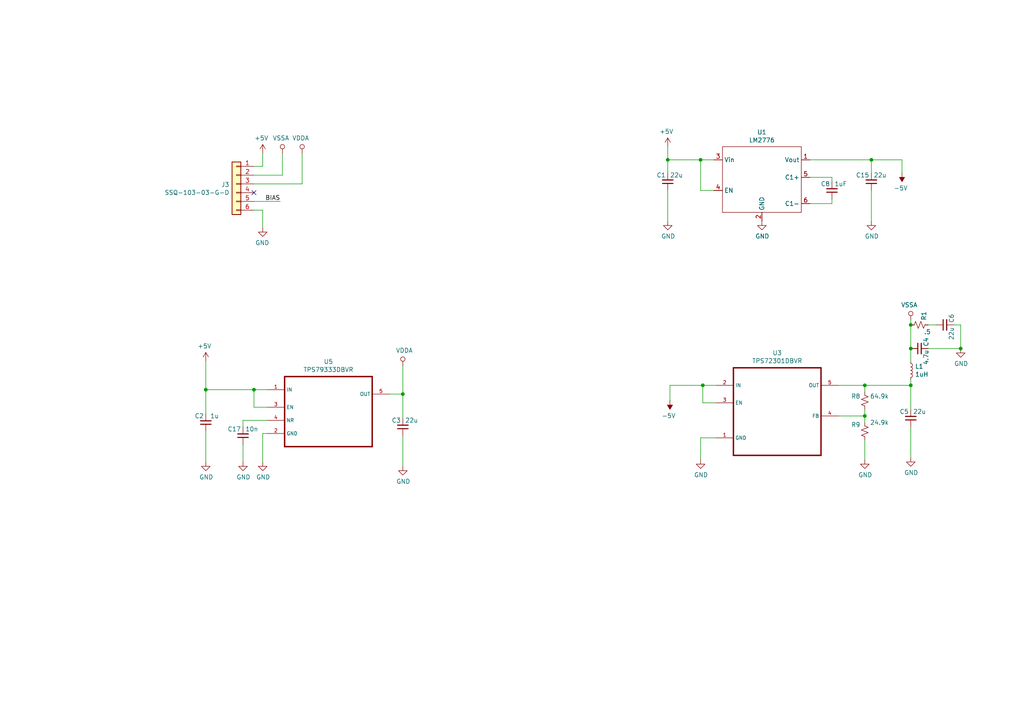
<source format=kicad_sch>
(kicad_sch (version 20200618) (host eeschema "(5.99.0-2215-gb084305b1)")
  (page 1 1)
  (paper "A4")
  (lib_symbols
    (symbol "Connector_Generic:Conn_01x06" (pin_names hide)
      (property "Reference" "J" (at 0 7.62 0))
      (property "Value" "Conn_01x06" (at 0 -10.16 0))
      (symbol "Conn_01x06_1_1"
        (rectangle (start -1.27 -7.493) (end 0 -7.747) (stroke (width 0.1524)))
        (rectangle (start -1.27 -4.953) (end 0 -5.207) (stroke (width 0.1524)))
        (rectangle (start -1.27 -2.413) (end 0 -2.667) (stroke (width 0.1524)))
        (rectangle (start -1.27 0.127) (end 0 -0.127) (stroke (width 0.1524)))
        (rectangle (start -1.27 2.667) (end 0 2.413) (stroke (width 0.1524)))
        (rectangle (start -1.27 5.207) (end 0 4.953) (stroke (width 0.1524)))
        (rectangle (start -1.27 6.35) (end 1.27 -8.89) (stroke (width 0.254)) (fill (type background)))
        (pin passive line (at -5.08 5.08 0) (length 3.81) (name "Pin_1") (number "1"))
        (pin passive line (at -5.08 2.54 0) (length 3.81) (name "Pin_2") (number "2"))
        (pin passive line (at -5.08 0 0) (length 3.81) (name "Pin_3") (number "3"))
        (pin passive line (at -5.08 -2.54 0) (length 3.81) (name "Pin_4") (number "4"))
        (pin passive line (at -5.08 -5.08 0) (length 3.81) (name "Pin_5") (number "5"))
        (pin passive line (at -5.08 -7.62 0) (length 3.81) (name "Pin_6") (number "6"))
      )
    )
    (symbol "Device:C_Small" (pin_numbers hide) (pin_names (offset 0.254) hide)
      (property "Reference" "C" (at 0.254 1.778 0))
      (property "Value" "C_Small" (at 0.254 -2.032 0))
      (symbol "C_Small_0_1"
        (polyline (pts (xy -1.524 -0.508) (xy 1.524 -0.508)) (stroke (width 0.3302)))
        (polyline (pts (xy -1.524 0.508) (xy 1.524 0.508)) (stroke (width 0.3048)))
      )
      (symbol "C_Small_1_1"
        (pin passive line (at 0 2.54 270) (length 2.032) (name "~") (number "1"))
        (pin passive line (at 0 -2.54 90) (length 2.032) (name "~") (number "2"))
      )
    )
    (symbol "Device:L_Small" (pin_numbers hide) (pin_names (offset 0.254) hide)
      (property "Reference" "L" (at 0.762 1.016 0))
      (property "Value" "L_Small" (at 0.762 -1.016 0))
      (symbol "L_Small_0_1"
        (arc (start 0 -2.032) (end 0 -1.016) (radius (at 0 -1.524) (length 0.508) (angles -89.9 89.9)))
        (arc (start 0 -1.016) (end 0 0) (radius (at 0 -0.508) (length 0.508) (angles -89.9 89.9)))
        (arc (start 0 0) (end 0 1.016) (radius (at 0 0.508) (length 0.508) (angles -89.9 89.9)))
        (arc (start 0 1.016) (end 0 2.032) (radius (at 0 1.524) (length 0.508) (angles -89.9 89.9)))
      )
      (symbol "L_Small_1_1"
        (pin passive line (at 0 2.54 270) (length 0.508) (name "~") (number "1"))
        (pin passive line (at 0 -2.54 90) (length 0.508) (name "~") (number "2"))
      )
    )
    (symbol "Device:R_Small_US" (pin_numbers hide) (pin_names (offset 0.254) hide)
      (property "Reference" "R" (at 0.762 0.508 0))
      (property "Value" "R_Small_US" (at 0.762 -1.016 0))
      (symbol "R_Small_US_1_1"
        (polyline (pts (xy 0 0) (xy 1.016 -0.381) (xy 0 -0.762) (xy -1.016 -1.143) (xy 0 -1.524)))
        (polyline (pts (xy 0 1.524) (xy 1.016 1.143) (xy 0 0.762) (xy -1.016 0.381) (xy 0 0)))
        (pin passive line (at 0 2.54 270) (length 1.016) (name "~") (number "1"))
        (pin passive line (at 0 -2.54 90) (length 1.016) (name "~") (number "2"))
      )
    )
    (symbol "LM2776:LM2776"
      (property "Reference" "U" (at 0 0 0))
      (property "Value" "LM2776" (at 0 -2.54 0))
      (symbol "LM2776_0_1"
        (rectangle (start -11.43 6.35) (end 11.43 -12.7))
      )
      (symbol "LM2776_1_1"
        (pin power_out line (at 13.97 2.54 180) (length 2.54) (name "Vout") (number "1"))
        (pin power_in line (at 0 -15.24 90) (length 2.54) (name "GND") (number "2"))
        (pin power_in line (at -13.97 2.54 0) (length 2.54) (name "Vin") (number "3"))
        (pin input line (at -13.97 -6.35 0) (length 2.54) (name "EN") (number "4"))
        (pin unspecified line (at 13.97 -2.54 180) (length 2.54) (name "C1+") (number "5"))
        (pin unspecified line (at 13.97 -10.16 180) (length 2.54) (name "C1-") (number "6"))
      )
    )
    (symbol "TPS72301DBVR:TPS72301DBVR"
      (property "Reference" "U" (at -5.5372 12.2682 0))
      (property "Value" "TPS72301DBVR" (at -3.8862 -18.2372 0))
      (symbol "TPS72301DBVR_0_0"
        (polyline (pts (xy -12.7 -15.24) (xy 12.7 -15.24)) (stroke (width 0.4064)))
        (polyline (pts (xy -12.7 10.16) (xy -12.7 -15.24)) (stroke (width 0.4064)))
        (polyline (pts (xy 12.7 -15.24) (xy 12.7 10.16)) (stroke (width 0.4064)))
        (polyline (pts (xy 12.7 10.16) (xy -12.7 10.16)) (stroke (width 0.4064)))
        (pin passive line (at -17.78 -10.16 0) (length 5.08) (name "GND") (number "1"))
        (pin power_in line (at -17.78 5.08 0) (length 5.08) (name "IN") (number "2"))
        (pin input line (at -17.78 0 0) (length 5.08) (name "EN") (number "3"))
        (pin input line (at 17.78 -3.81 180) (length 5.08) (name "FB") (number "4"))
        (pin output line (at 17.78 5.08 180) (length 5.08) (name "OUT") (number "5"))
      )
    )
    (symbol "TPS79333DBVR:TPS79333DBVR"
      (property "Reference" "U" (at -4.8006 9.6012 0))
      (property "Value" "TPS79333DBVR" (at -3.7592 -16.2052 0))
      (symbol "TPS79333DBVR_0_0"
        (polyline (pts (xy -12.7 -12.7) (xy 12.7 -12.7)) (stroke (width 0.4064)))
        (polyline (pts (xy -12.7 7.62) (xy -12.7 -12.7)) (stroke (width 0.4064)))
        (polyline (pts (xy 12.7 -12.7) (xy 12.7 7.62)) (stroke (width 0.4064)))
        (polyline (pts (xy 12.7 7.62) (xy -12.7 7.62)) (stroke (width 0.4064)))
        (pin input line (at -17.78 3.81 0) (length 5.08) (name "IN") (number "1"))
        (pin passive line (at -17.78 -8.89 0) (length 5.08) (name "GND") (number "2"))
        (pin input line (at -17.78 -1.27 0) (length 5.08) (name "EN") (number "3"))
        (pin input line (at -17.78 -5.08 0) (length 5.08) (name "NR") (number "4"))
        (pin output line (at 17.78 2.54 180) (length 5.08) (name "OUT") (number "5"))
      )
    )
    (symbol "power:+5V" (power) (pin_names (offset 0))
      (property "Value" "+5V" (at 0 3.556 0))
      (symbol "+5V_0_1"
        (polyline (pts (xy -0.762 1.27) (xy 0 2.54)))
        (polyline (pts (xy 0 0) (xy 0 2.54)))
        (polyline (pts (xy 0 2.54) (xy 0.762 1.27)))
      )
      (symbol "+5V_1_1"
        (pin power_in line (at 0 0 90) (length 0) hide (name "+5V") (number "1"))
      )
    )
    (symbol "power:-5V" (power) (pin_names (offset 0))
      (property "Value" "-5V" (at 0 3.81 0))
      (symbol "-5V_0_1"
        (polyline (pts (xy 0 0) (xy 0 1.27) (xy 0.762 1.27) (xy 0 2.54) (xy -0.762 1.27) (xy 0 1.27)) (fill (type outline)))
      )
      (symbol "-5V_0_0"
        (pin power_in line (at 0 0 90) (length 0) hide (name "-5V") (number "1"))
      )
    )
    (symbol "power:GND" (power) (pin_names (offset 0))
      (property "Value" "GND" (at 0 -3.81 0))
      (symbol "GND_0_1"
        (polyline (pts (xy 0 0) (xy 0 -1.27) (xy 1.27 -1.27) (xy 0 -2.54) (xy -1.27 -1.27) (xy 0 -1.27)))
      )
      (symbol "GND_1_1"
        (pin power_in line (at 0 0 270) (length 0) hide (name "GND") (number "1"))
      )
    )
    (symbol "power:VDDA" (power) (pin_names (offset 0))
      (property "Value" "VDDA" (at 0 3.81 0))
      (symbol "VDDA_0_1"
        (circle (center 0 1.905) (radius 0.635))
        (polyline (pts (xy 0 0) (xy 0 1.27)))
      )
      (symbol "VDDA_1_1"
        (pin power_in line (at 0 0 90) (length 0) hide (name "VDDA") (number "1"))
      )
    )
    (symbol "power:VSSA" (power) (pin_names (offset 0))
      (property "Value" "VSSA" (at 0 3.81 0))
      (symbol "VSSA_0_1"
        (circle (center 0 1.905) (radius 0.635))
        (polyline (pts (xy 0 0) (xy 0 1.27)))
      )
      (symbol "VSSA_1_1"
        (pin power_in line (at 0 0 90) (length 0) hide (name "VSSA") (number "1"))
      )
    )
  )
  (junction (at 59.69 113.03))
  (junction (at 73.66 113.03))
  (junction (at 116.84 114.3))
  (junction (at 193.675 46.355))
  (junction (at 203.2 46.355))
  (junction (at 203.835 111.76))
  (junction (at 250.825 111.76))
  (junction (at 250.825 120.65))
  (junction (at 252.73 46.355))
  (junction (at 264.16 94.234))
  (junction (at 264.16 101.092))
  (junction (at 264.16 111.76))
  (junction (at 278.638 101.092))
  (no_connect (at 73.66 55.88))
  (wire (pts (xy 59.69 104.775) (xy 59.69 113.03)))
  (wire (pts (xy 59.69 113.03) (xy 59.69 120.015)))
  (wire (pts (xy 59.69 125.095) (xy 59.69 133.985)))
  (wire (pts (xy 70.485 123.825) (xy 70.485 121.92)))
  (wire (pts (xy 70.485 133.985) (xy 70.485 128.905)))
  (wire (pts (xy 73.66 58.42) (xy 81.28 58.42)))
  (wire (pts (xy 73.66 113.03) (xy 59.69 113.03)))
  (wire (pts (xy 73.66 113.03) (xy 77.47 113.03)))
  (wire (pts (xy 73.66 118.11) (xy 73.66 113.03)))
  (wire (pts (xy 76.2 48.26) (xy 73.66 48.26)))
  (wire (pts (xy 76.2 48.26) (xy 76.2 44.45)))
  (wire (pts (xy 76.2 60.96) (xy 73.66 60.96)))
  (wire (pts (xy 76.2 60.96) (xy 76.2 66.04)))
  (wire (pts (xy 76.2 125.73) (xy 76.2 133.985)))
  (wire (pts (xy 77.47 118.11) (xy 73.66 118.11)))
  (wire (pts (xy 77.47 121.92) (xy 70.485 121.92)))
  (wire (pts (xy 77.47 125.73) (xy 76.2 125.73)))
  (wire (pts (xy 81.915 44.45) (xy 81.915 50.8)))
  (wire (pts (xy 81.915 50.8) (xy 73.66 50.8)))
  (wire (pts (xy 87.63 44.45) (xy 87.63 53.34)))
  (wire (pts (xy 87.63 53.34) (xy 73.66 53.34)))
  (wire (pts (xy 113.03 114.3) (xy 116.84 114.3)))
  (wire (pts (xy 116.84 106.045) (xy 116.84 114.3)))
  (wire (pts (xy 116.84 114.3) (xy 116.84 121.285)))
  (wire (pts (xy 116.84 126.365) (xy 116.84 135.255)))
  (wire (pts (xy 193.675 46.355) (xy 193.675 42.545)))
  (wire (pts (xy 193.675 46.355) (xy 203.2 46.355)))
  (wire (pts (xy 193.675 50.165) (xy 193.675 46.355)))
  (wire (pts (xy 193.675 55.245) (xy 193.675 64.135)))
  (wire (pts (xy 194.31 116.205) (xy 194.31 111.76)))
  (wire (pts (xy 203.2 46.355) (xy 207.01 46.355)))
  (wire (pts (xy 203.2 55.245) (xy 203.2 46.355)))
  (wire (pts (xy 203.2 127) (xy 207.645 127)))
  (wire (pts (xy 203.2 133.35) (xy 203.2 127)))
  (wire (pts (xy 203.835 111.76) (xy 194.31 111.76)))
  (wire (pts (xy 203.835 111.76) (xy 207.645 111.76)))
  (wire (pts (xy 203.835 116.84) (xy 203.835 111.76)))
  (wire (pts (xy 207.01 55.245) (xy 203.2 55.245)))
  (wire (pts (xy 207.645 116.84) (xy 203.835 116.84)))
  (wire (pts (xy 234.95 46.355) (xy 252.73 46.355)))
  (wire (pts (xy 234.95 51.435) (xy 241.3 51.435)))
  (wire (pts (xy 234.95 59.055) (xy 241.3 59.055)))
  (wire (pts (xy 241.3 51.435) (xy 241.3 52.705)))
  (wire (pts (xy 241.3 59.055) (xy 241.3 57.785)))
  (wire (pts (xy 243.205 111.76) (xy 250.825 111.76)))
  (wire (pts (xy 243.205 120.65) (xy 250.825 120.65)))
  (wire (pts (xy 250.825 111.76) (xy 264.16 111.76)))
  (wire (pts (xy 250.825 113.665) (xy 250.825 111.76)))
  (wire (pts (xy 250.825 118.745) (xy 250.825 120.65)))
  (wire (pts (xy 250.825 120.65) (xy 250.825 122.555)))
  (wire (pts (xy 250.825 133.35) (xy 250.825 127.635)))
  (wire (pts (xy 252.73 46.355) (xy 252.73 50.165)))
  (wire (pts (xy 252.73 46.355) (xy 261.62 46.355)))
  (wire (pts (xy 252.73 55.245) (xy 252.73 64.135)))
  (wire (pts (xy 261.62 46.355) (xy 261.62 50.165)))
  (wire (pts (xy 264.16 92.837) (xy 264.16 94.234)))
  (wire (pts (xy 264.16 94.234) (xy 264.16 101.092)))
  (wire (pts (xy 264.16 104.902) (xy 264.16 101.092)))
  (wire (pts (xy 264.16 109.982) (xy 264.16 111.76)))
  (wire (pts (xy 264.16 111.76) (xy 264.16 118.745)))
  (wire (pts (xy 264.16 123.825) (xy 264.16 132.715)))
  (wire (pts (xy 269.24 94.234) (xy 271.526 94.234)))
  (wire (pts (xy 269.24 101.092) (xy 278.638 101.092)))
  (wire (pts (xy 278.638 94.234) (xy 276.606 94.234)))
  (wire (pts (xy 278.638 101.092) (xy 278.638 94.234)))
  (label "BIAS" (at 81.28 58.42 180))
  (symbol (lib_id "Device:L_Small") (at 264.16 107.442 0) (unit 1)
    (property "Reference" "L1" (at 265.3792 106.2736 0) (effects (justify left)))
    (property "Value" "1uH" (at 265.3792 108.585 0) (effects (justify left)))
    (property "Footprint" "footprints:L_0603_1608Metric" (effects hide))
  )
  (symbol (lib_id "power:VSSA") (at 81.915 44.45 0) (mirror y) (unit 1)
    (property "Reference" "#PWR0126" (effects hide))
    (property "Value" "VSSA" (at 81.4832 40.0558 0))
  )
  (symbol (lib_id "power:VDDA") (at 87.63 44.45 0) (mirror y) (unit 1)
    (property "Reference" "#PWR0127" (effects hide))
    (property "Value" "VDDA" (at 87.1982 40.0558 0))
  )
  (symbol (lib_id "power:VDDA") (at 116.84 106.045 0) (unit 1)
    (property "Reference" "#PWR0115" (effects hide))
    (property "Value" "VDDA" (at 117.2718 101.6508 0))
  )
  (symbol (lib_id "power:VSSA") (at 264.16 92.837 0) (mirror y) (unit 1)
    (property "Reference" "#PWR0109" (effects hide))
    (property "Value" "VSSA" (at 263.7282 88.4428 0))
  )
  (symbol (lib_id "power:+5V") (at 59.69 104.775 0) (mirror y) (unit 1)
    (property "Reference" "#PWR0104" (effects hide))
    (property "Value" "+5V" (at 59.309 100.3808 0))
  )
  (symbol (lib_id "power:+5V") (at 76.2 44.45 0) (mirror y) (unit 1)
    (property "Reference" "#PWR0124" (effects hide))
    (property "Value" "+5V" (at 75.819 40.0558 0))
  )
  (symbol (lib_id "power:+5V") (at 193.675 42.545 0) (mirror y) (unit 1)
    (property "Reference" "#PWR0101" (effects hide))
    (property "Value" "+5V" (at 193.294 38.1508 0))
  )
  (symbol (lib_id "power:-5V") (at 194.31 116.205 180) (unit 1)
    (property "Reference" "#PWR0110" (effects hide))
    (property "Value" "-5V" (at 193.929 120.5992 0))
  )
  (symbol (lib_id "power:-5V") (at 261.62 50.165 180) (unit 1)
    (property "Reference" "#PWR04" (effects hide))
    (property "Value" "-5V" (at 261.239 54.5592 0))
  )
  (symbol (lib_id "power:GND") (at 59.69 133.985 0) (unit 1)
    (property "Reference" "#PWR0105" (effects hide))
    (property "Value" "GND" (at 59.817 138.3792 0))
  )
  (symbol (lib_id "power:GND") (at 70.485 133.985 0) (unit 1)
    (property "Reference" "#PWR0102" (effects hide))
    (property "Value" "GND" (at 70.612 138.3792 0))
  )
  (symbol (lib_id "power:GND") (at 76.2 66.04 0) (mirror y) (unit 1)
    (property "Reference" "#PWR0123" (effects hide))
    (property "Value" "GND" (at 76.073 70.4342 0))
  )
  (symbol (lib_id "power:GND") (at 76.2 133.985 0) (unit 1)
    (property "Reference" "#PWR0103" (effects hide))
    (property "Value" "GND" (at 76.327 138.3792 0))
  )
  (symbol (lib_id "power:GND") (at 116.84 135.255 0) (unit 1)
    (property "Reference" "#PWR0106" (effects hide))
    (property "Value" "GND" (at 116.967 139.6492 0))
  )
  (symbol (lib_id "power:GND") (at 193.675 64.135 0) (unit 1)
    (property "Reference" "#PWR0120" (effects hide))
    (property "Value" "GND" (at 193.802 68.5292 0))
  )
  (symbol (lib_id "power:GND") (at 203.2 133.35 0) (unit 1)
    (property "Reference" "#PWR0112" (effects hide))
    (property "Value" "GND" (at 203.327 137.7442 0))
  )
  (symbol (lib_id "power:GND") (at 220.98 64.135 0) (unit 1)
    (property "Reference" "#PWR0118" (effects hide))
    (property "Value" "GND" (at 221.107 68.5292 0))
  )
  (symbol (lib_id "power:GND") (at 250.825 133.35 0) (unit 1)
    (property "Reference" "#PWR0107" (effects hide))
    (property "Value" "GND" (at 250.952 137.7442 0))
  )
  (symbol (lib_id "power:GND") (at 252.73 64.135 0) (unit 1)
    (property "Reference" "#PWR0119" (effects hide))
    (property "Value" "GND" (at 252.857 68.5292 0))
  )
  (symbol (lib_id "power:GND") (at 264.16 132.715 0) (unit 1)
    (property "Reference" "#PWR0108" (effects hide))
    (property "Value" "GND" (at 264.287 137.1092 0))
  )
  (symbol (lib_id "power:GND") (at 278.638 101.092 0) (unit 1)
    (property "Reference" "#PWR0111" (effects hide))
    (property "Value" "GND" (at 278.765 105.4862 0))
  )
  (symbol (lib_id "Device:R_Small_US") (at 250.825 116.205 180) (unit 1)
    (property "Reference" "R8" (at 249.555 114.935 0) (effects (justify left)))
    (property "Value" "64.9k" (at 257.81 114.935 0) (effects (justify left)))
    (property "Footprint" "footprints:R_0603_1608Metric" (effects hide))
  )
  (symbol (lib_id "Device:R_Small_US") (at 250.825 125.095 180) (unit 1)
    (property "Reference" "R9" (at 249.555 123.19 0) (effects (justify left)))
    (property "Value" "24.9k" (at 257.81 122.555 0) (effects (justify left)))
    (property "Footprint" "footprints:R_0603_1608Metric" (effects hide))
  )
  (symbol (lib_id "Device:R_Small_US") (at 266.7 94.234 90) (unit 1)
    (property "Reference" "R1" (at 267.97 92.964 0) (effects (justify left)))
    (property "Value" ".5" (at 270.002 96.266 90) (effects (justify left)))
    (property "Footprint" "footprints:R_0603_1608Metric" (effects hide))
  )
  (symbol (lib_id "Device:C_Small") (at 59.69 122.555 180) (unit 1)
    (property "Reference" "C2" (at 57.785 120.65 0))
    (property "Value" "1u" (at 62.23 120.65 0))
    (property "Footprint" "footprints:C_0603_1608Metric" (effects hide))
  )
  (symbol (lib_id "Device:C_Small") (at 70.485 126.365 180) (unit 1)
    (property "Reference" "C17" (at 67.945 124.46 0))
    (property "Value" "10n" (at 73.025 124.46 0))
    (property "Footprint" "footprints:C_0603_1608Metric" (effects hide))
  )
  (symbol (lib_id "Device:C_Small") (at 116.84 123.825 180) (unit 1)
    (property "Reference" "C3" (at 114.935 121.92 0))
    (property "Value" "22u" (at 119.38 121.92 0))
    (property "Footprint" "footprints:C_0603_1608Metric" (effects hide))
  )
  (symbol (lib_id "Device:C_Small") (at 193.675 52.705 180) (unit 1)
    (property "Reference" "C1" (at 191.77 50.8 0))
    (property "Value" "22u" (at 196.215 50.8 0))
    (property "Footprint" "footprints:C_0603_1608Metric" (effects hide))
  )
  (symbol (lib_id "Device:C_Small") (at 241.3 55.245 180) (unit 1)
    (property "Reference" "C8" (at 239.395 53.34 0))
    (property "Value" "1uF" (at 243.84 53.34 0))
    (property "Footprint" "footprints:C_0603_1608Metric" (effects hide))
  )
  (symbol (lib_id "Device:C_Small") (at 252.73 52.705 180) (unit 1)
    (property "Reference" "C15" (at 250.19 50.8 0))
    (property "Value" "22u" (at 255.27 50.8 0))
    (property "Footprint" "footprints:C_0603_1608Metric" (effects hide))
  )
  (symbol (lib_id "Device:C_Small") (at 264.16 121.285 180) (unit 1)
    (property "Reference" "C5" (at 262.255 119.38 0))
    (property "Value" "22u" (at 266.7 119.38 0))
    (property "Footprint" "footprints:C_0603_1608Metric" (effects hide))
  )
  (symbol (lib_id "Device:C_Small") (at 266.7 101.092 90) (unit 1)
    (property "Reference" "C4" (at 268.605 99.187 0))
    (property "Value" "4.7u" (at 268.605 103.632 0))
    (property "Footprint" "footprints:C_0603_1608Metric" (effects hide))
  )
  (symbol (lib_id "Device:C_Small") (at 274.066 94.234 90) (unit 1)
    (property "Reference" "C6" (at 275.971 92.329 0))
    (property "Value" "22u" (at 275.971 96.774 0))
    (property "Footprint" "footprints:C_0603_1608Metric" (effects hide))
  )
  (symbol (lib_id "Connector_Generic:Conn_01x06") (at 68.58 53.34 0) (mirror y) (unit 1)
    (property "Reference" "J3" (at 66.548 53.5432 0) (effects (justify left)))
    (property "Value" "SSQ-103-03-G-D" (at 66.548 55.8546 0) (effects (justify left)))
    (property "Footprint" "footprints:PinHeader_2x03_P2.54mm_Vertical" (effects hide))
  )
  (symbol (lib_id "LM2776:LM2776") (at 220.98 48.895 0) (unit 1)
    (property "Reference" "U1" (at 220.98 38.354 0))
    (property "Value" "LM2776" (at 220.98 40.6654 0))
    (property "Footprint" "footprints:LM2776DBVR" (effects hide))
  )
  (symbol (lib_id "TPS79333DBVR:TPS79333DBVR") (at 95.25 116.84 0) (unit 1)
    (property "Reference" "U5" (at 95.25 104.902 0))
    (property "Value" "TPS79333DBVR" (at 95.25 107.2134 0))
    (property "Footprint" "footprints:TPS79333DBVR" (effects hide))
    (property "Datasheet" "Texas Instruments" (effects hide))
    (property "Field4" "SOT-23-5 Texas Instruments" (effects hide))
    (property "Field5" "Single Output LDO, 200mA, Fixed_3.3V_, High PSRR, Low Noise 5-SOT-23 -40 to 125" (effects hide))
    (property "Field6" "0.42 USD" (effects hide))
    (property "Field7" "TPS79333DBVR" (effects hide))
    (property "Field8" "Good" (effects hide))
  )
  (symbol (lib_id "TPS72301DBVR:TPS72301DBVR") (at 225.425 116.84 0) (unit 1)
    (property "Reference" "U3" (at 225.425 102.362 0))
    (property "Value" "TPS72301DBVR" (at 225.425 104.6734 0))
    (property "Footprint" "footprints:TPS72301DBVR" (effects hide))
    (property "Datasheet" "SOT-23-5 Texas Instruments" (effects hide))
    (property "Field4" "Texas Instruments" (effects hide))
    (property "Field5" "Good" (effects hide))
    (property "Field6" "200mA, Negative Output Low-Dropout Linear Regulator 5-SOT-23 -40 to 125" (effects hide))
    (property "Field7" "TPS72301DBVR" (effects hide))
    (property "Field8" "1.75 USD" (effects hide))
  )
)
</source>
